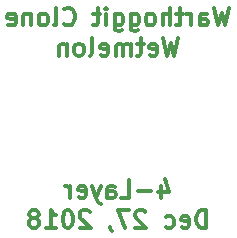
<source format=gbo>
G04 #@! TF.GenerationSoftware,KiCad,Pcbnew,(5.0.2)-1*
G04 #@! TF.CreationDate,2018-12-27T22:24:40-05:00*
G04 #@! TF.ProjectId,WarthoggitClone_4Layer,57617274-686f-4676-9769-74436c6f6e65,rev?*
G04 #@! TF.SameCoordinates,Original*
G04 #@! TF.FileFunction,Legend,Bot*
G04 #@! TF.FilePolarity,Positive*
%FSLAX46Y46*%
G04 Gerber Fmt 4.6, Leading zero omitted, Abs format (unit mm)*
G04 Created by KiCad (PCBNEW (5.0.2)-1) date 12/27/2018 10:24:40 PM*
%MOMM*%
%LPD*%
G01*
G04 APERTURE LIST*
%ADD10C,0.300000*%
G04 APERTURE END LIST*
D10*
X118542142Y-66983571D02*
X118542142Y-67983571D01*
X118899285Y-66412142D02*
X119256428Y-67483571D01*
X118327857Y-67483571D01*
X117756428Y-67412142D02*
X116613571Y-67412142D01*
X115185000Y-67983571D02*
X115899285Y-67983571D01*
X115899285Y-66483571D01*
X114042142Y-67983571D02*
X114042142Y-67197857D01*
X114113571Y-67055000D01*
X114256428Y-66983571D01*
X114542142Y-66983571D01*
X114685000Y-67055000D01*
X114042142Y-67912142D02*
X114185000Y-67983571D01*
X114542142Y-67983571D01*
X114685000Y-67912142D01*
X114756428Y-67769285D01*
X114756428Y-67626428D01*
X114685000Y-67483571D01*
X114542142Y-67412142D01*
X114185000Y-67412142D01*
X114042142Y-67340714D01*
X113470714Y-66983571D02*
X113113571Y-67983571D01*
X112756428Y-66983571D02*
X113113571Y-67983571D01*
X113256428Y-68340714D01*
X113327857Y-68412142D01*
X113470714Y-68483571D01*
X111613571Y-67912142D02*
X111756428Y-67983571D01*
X112042142Y-67983571D01*
X112185000Y-67912142D01*
X112256428Y-67769285D01*
X112256428Y-67197857D01*
X112185000Y-67055000D01*
X112042142Y-66983571D01*
X111756428Y-66983571D01*
X111613571Y-67055000D01*
X111542142Y-67197857D01*
X111542142Y-67340714D01*
X112256428Y-67483571D01*
X110899285Y-67983571D02*
X110899285Y-66983571D01*
X110899285Y-67269285D02*
X110827857Y-67126428D01*
X110756428Y-67055000D01*
X110613571Y-66983571D01*
X110470714Y-66983571D01*
X122399285Y-70533571D02*
X122399285Y-69033571D01*
X122042142Y-69033571D01*
X121827857Y-69105000D01*
X121685000Y-69247857D01*
X121613571Y-69390714D01*
X121542142Y-69676428D01*
X121542142Y-69890714D01*
X121613571Y-70176428D01*
X121685000Y-70319285D01*
X121827857Y-70462142D01*
X122042142Y-70533571D01*
X122399285Y-70533571D01*
X120327857Y-70462142D02*
X120470714Y-70533571D01*
X120756428Y-70533571D01*
X120899285Y-70462142D01*
X120970714Y-70319285D01*
X120970714Y-69747857D01*
X120899285Y-69605000D01*
X120756428Y-69533571D01*
X120470714Y-69533571D01*
X120327857Y-69605000D01*
X120256428Y-69747857D01*
X120256428Y-69890714D01*
X120970714Y-70033571D01*
X118970714Y-70462142D02*
X119113571Y-70533571D01*
X119399285Y-70533571D01*
X119542142Y-70462142D01*
X119613571Y-70390714D01*
X119685000Y-70247857D01*
X119685000Y-69819285D01*
X119613571Y-69676428D01*
X119542142Y-69605000D01*
X119399285Y-69533571D01*
X119113571Y-69533571D01*
X118970714Y-69605000D01*
X117256428Y-69176428D02*
X117185000Y-69105000D01*
X117042142Y-69033571D01*
X116685000Y-69033571D01*
X116542142Y-69105000D01*
X116470714Y-69176428D01*
X116399285Y-69319285D01*
X116399285Y-69462142D01*
X116470714Y-69676428D01*
X117327857Y-70533571D01*
X116399285Y-70533571D01*
X115899285Y-69033571D02*
X114899285Y-69033571D01*
X115542142Y-70533571D01*
X114256428Y-70462142D02*
X114256428Y-70533571D01*
X114327857Y-70676428D01*
X114399285Y-70747857D01*
X112542142Y-69176428D02*
X112470714Y-69105000D01*
X112327857Y-69033571D01*
X111970714Y-69033571D01*
X111827857Y-69105000D01*
X111756428Y-69176428D01*
X111685000Y-69319285D01*
X111685000Y-69462142D01*
X111756428Y-69676428D01*
X112613571Y-70533571D01*
X111685000Y-70533571D01*
X110756428Y-69033571D02*
X110613571Y-69033571D01*
X110470714Y-69105000D01*
X110399285Y-69176428D01*
X110327857Y-69319285D01*
X110256428Y-69605000D01*
X110256428Y-69962142D01*
X110327857Y-70247857D01*
X110399285Y-70390714D01*
X110470714Y-70462142D01*
X110613571Y-70533571D01*
X110756428Y-70533571D01*
X110899285Y-70462142D01*
X110970714Y-70390714D01*
X111042142Y-70247857D01*
X111113571Y-69962142D01*
X111113571Y-69605000D01*
X111042142Y-69319285D01*
X110970714Y-69176428D01*
X110899285Y-69105000D01*
X110756428Y-69033571D01*
X108827857Y-70533571D02*
X109685000Y-70533571D01*
X109256428Y-70533571D02*
X109256428Y-69033571D01*
X109399285Y-69247857D01*
X109542142Y-69390714D01*
X109685000Y-69462142D01*
X107970714Y-69676428D02*
X108113571Y-69605000D01*
X108185000Y-69533571D01*
X108256428Y-69390714D01*
X108256428Y-69319285D01*
X108185000Y-69176428D01*
X108113571Y-69105000D01*
X107970714Y-69033571D01*
X107685000Y-69033571D01*
X107542142Y-69105000D01*
X107470714Y-69176428D01*
X107399285Y-69319285D01*
X107399285Y-69390714D01*
X107470714Y-69533571D01*
X107542142Y-69605000D01*
X107685000Y-69676428D01*
X107970714Y-69676428D01*
X108113571Y-69747857D01*
X108185000Y-69819285D01*
X108256428Y-69962142D01*
X108256428Y-70247857D01*
X108185000Y-70390714D01*
X108113571Y-70462142D01*
X107970714Y-70533571D01*
X107685000Y-70533571D01*
X107542142Y-70462142D01*
X107470714Y-70390714D01*
X107399285Y-70247857D01*
X107399285Y-69962142D01*
X107470714Y-69819285D01*
X107542142Y-69747857D01*
X107685000Y-69676428D01*
X124363571Y-51878571D02*
X124006428Y-53378571D01*
X123720714Y-52307142D01*
X123435000Y-53378571D01*
X123077857Y-51878571D01*
X121863571Y-53378571D02*
X121863571Y-52592857D01*
X121935000Y-52450000D01*
X122077857Y-52378571D01*
X122363571Y-52378571D01*
X122506428Y-52450000D01*
X121863571Y-53307142D02*
X122006428Y-53378571D01*
X122363571Y-53378571D01*
X122506428Y-53307142D01*
X122577857Y-53164285D01*
X122577857Y-53021428D01*
X122506428Y-52878571D01*
X122363571Y-52807142D01*
X122006428Y-52807142D01*
X121863571Y-52735714D01*
X121149285Y-53378571D02*
X121149285Y-52378571D01*
X121149285Y-52664285D02*
X121077857Y-52521428D01*
X121006428Y-52450000D01*
X120863571Y-52378571D01*
X120720714Y-52378571D01*
X120435000Y-52378571D02*
X119863571Y-52378571D01*
X120220714Y-51878571D02*
X120220714Y-53164285D01*
X120149285Y-53307142D01*
X120006428Y-53378571D01*
X119863571Y-53378571D01*
X119363571Y-53378571D02*
X119363571Y-51878571D01*
X118720714Y-53378571D02*
X118720714Y-52592857D01*
X118792142Y-52450000D01*
X118935000Y-52378571D01*
X119149285Y-52378571D01*
X119292142Y-52450000D01*
X119363571Y-52521428D01*
X117792142Y-53378571D02*
X117935000Y-53307142D01*
X118006428Y-53235714D01*
X118077857Y-53092857D01*
X118077857Y-52664285D01*
X118006428Y-52521428D01*
X117935000Y-52450000D01*
X117792142Y-52378571D01*
X117577857Y-52378571D01*
X117435000Y-52450000D01*
X117363571Y-52521428D01*
X117292142Y-52664285D01*
X117292142Y-53092857D01*
X117363571Y-53235714D01*
X117435000Y-53307142D01*
X117577857Y-53378571D01*
X117792142Y-53378571D01*
X116006428Y-52378571D02*
X116006428Y-53592857D01*
X116077857Y-53735714D01*
X116149285Y-53807142D01*
X116292142Y-53878571D01*
X116506428Y-53878571D01*
X116649285Y-53807142D01*
X116006428Y-53307142D02*
X116149285Y-53378571D01*
X116435000Y-53378571D01*
X116577857Y-53307142D01*
X116649285Y-53235714D01*
X116720714Y-53092857D01*
X116720714Y-52664285D01*
X116649285Y-52521428D01*
X116577857Y-52450000D01*
X116435000Y-52378571D01*
X116149285Y-52378571D01*
X116006428Y-52450000D01*
X114649285Y-52378571D02*
X114649285Y-53592857D01*
X114720714Y-53735714D01*
X114792142Y-53807142D01*
X114935000Y-53878571D01*
X115149285Y-53878571D01*
X115292142Y-53807142D01*
X114649285Y-53307142D02*
X114792142Y-53378571D01*
X115077857Y-53378571D01*
X115220714Y-53307142D01*
X115292142Y-53235714D01*
X115363571Y-53092857D01*
X115363571Y-52664285D01*
X115292142Y-52521428D01*
X115220714Y-52450000D01*
X115077857Y-52378571D01*
X114792142Y-52378571D01*
X114649285Y-52450000D01*
X113935000Y-53378571D02*
X113935000Y-52378571D01*
X113935000Y-51878571D02*
X114006428Y-51950000D01*
X113935000Y-52021428D01*
X113863571Y-51950000D01*
X113935000Y-51878571D01*
X113935000Y-52021428D01*
X113435000Y-52378571D02*
X112863571Y-52378571D01*
X113220714Y-51878571D02*
X113220714Y-53164285D01*
X113149285Y-53307142D01*
X113006428Y-53378571D01*
X112863571Y-53378571D01*
X110363571Y-53235714D02*
X110435000Y-53307142D01*
X110649285Y-53378571D01*
X110792142Y-53378571D01*
X111006428Y-53307142D01*
X111149285Y-53164285D01*
X111220714Y-53021428D01*
X111292142Y-52735714D01*
X111292142Y-52521428D01*
X111220714Y-52235714D01*
X111149285Y-52092857D01*
X111006428Y-51950000D01*
X110792142Y-51878571D01*
X110649285Y-51878571D01*
X110435000Y-51950000D01*
X110363571Y-52021428D01*
X109506428Y-53378571D02*
X109649285Y-53307142D01*
X109720714Y-53164285D01*
X109720714Y-51878571D01*
X108720714Y-53378571D02*
X108863571Y-53307142D01*
X108935000Y-53235714D01*
X109006428Y-53092857D01*
X109006428Y-52664285D01*
X108935000Y-52521428D01*
X108863571Y-52450000D01*
X108720714Y-52378571D01*
X108506428Y-52378571D01*
X108363571Y-52450000D01*
X108292142Y-52521428D01*
X108220714Y-52664285D01*
X108220714Y-53092857D01*
X108292142Y-53235714D01*
X108363571Y-53307142D01*
X108506428Y-53378571D01*
X108720714Y-53378571D01*
X107577857Y-52378571D02*
X107577857Y-53378571D01*
X107577857Y-52521428D02*
X107506428Y-52450000D01*
X107363571Y-52378571D01*
X107149285Y-52378571D01*
X107006428Y-52450000D01*
X106935000Y-52592857D01*
X106935000Y-53378571D01*
X105649285Y-53307142D02*
X105792142Y-53378571D01*
X106077857Y-53378571D01*
X106220714Y-53307142D01*
X106292142Y-53164285D01*
X106292142Y-52592857D01*
X106220714Y-52450000D01*
X106077857Y-52378571D01*
X105792142Y-52378571D01*
X105649285Y-52450000D01*
X105577857Y-52592857D01*
X105577857Y-52735714D01*
X106292142Y-52878571D01*
X120042142Y-54428571D02*
X119685000Y-55928571D01*
X119399285Y-54857142D01*
X119113571Y-55928571D01*
X118756428Y-54428571D01*
X117613571Y-55857142D02*
X117756428Y-55928571D01*
X118042142Y-55928571D01*
X118185000Y-55857142D01*
X118256428Y-55714285D01*
X118256428Y-55142857D01*
X118185000Y-55000000D01*
X118042142Y-54928571D01*
X117756428Y-54928571D01*
X117613571Y-55000000D01*
X117542142Y-55142857D01*
X117542142Y-55285714D01*
X118256428Y-55428571D01*
X117113571Y-54928571D02*
X116542142Y-54928571D01*
X116899285Y-54428571D02*
X116899285Y-55714285D01*
X116827857Y-55857142D01*
X116685000Y-55928571D01*
X116542142Y-55928571D01*
X116042142Y-55928571D02*
X116042142Y-54928571D01*
X116042142Y-55071428D02*
X115970714Y-55000000D01*
X115827857Y-54928571D01*
X115613571Y-54928571D01*
X115470714Y-55000000D01*
X115399285Y-55142857D01*
X115399285Y-55928571D01*
X115399285Y-55142857D02*
X115327857Y-55000000D01*
X115185000Y-54928571D01*
X114970714Y-54928571D01*
X114827857Y-55000000D01*
X114756428Y-55142857D01*
X114756428Y-55928571D01*
X113470714Y-55857142D02*
X113613571Y-55928571D01*
X113899285Y-55928571D01*
X114042142Y-55857142D01*
X114113571Y-55714285D01*
X114113571Y-55142857D01*
X114042142Y-55000000D01*
X113899285Y-54928571D01*
X113613571Y-54928571D01*
X113470714Y-55000000D01*
X113399285Y-55142857D01*
X113399285Y-55285714D01*
X114113571Y-55428571D01*
X112542142Y-55928571D02*
X112685000Y-55857142D01*
X112756428Y-55714285D01*
X112756428Y-54428571D01*
X111756428Y-55928571D02*
X111899285Y-55857142D01*
X111970714Y-55785714D01*
X112042142Y-55642857D01*
X112042142Y-55214285D01*
X111970714Y-55071428D01*
X111899285Y-55000000D01*
X111756428Y-54928571D01*
X111542142Y-54928571D01*
X111399285Y-55000000D01*
X111327857Y-55071428D01*
X111256428Y-55214285D01*
X111256428Y-55642857D01*
X111327857Y-55785714D01*
X111399285Y-55857142D01*
X111542142Y-55928571D01*
X111756428Y-55928571D01*
X110613571Y-54928571D02*
X110613571Y-55928571D01*
X110613571Y-55071428D02*
X110542142Y-55000000D01*
X110399285Y-54928571D01*
X110185000Y-54928571D01*
X110042142Y-55000000D01*
X109970714Y-55142857D01*
X109970714Y-55928571D01*
M02*

</source>
